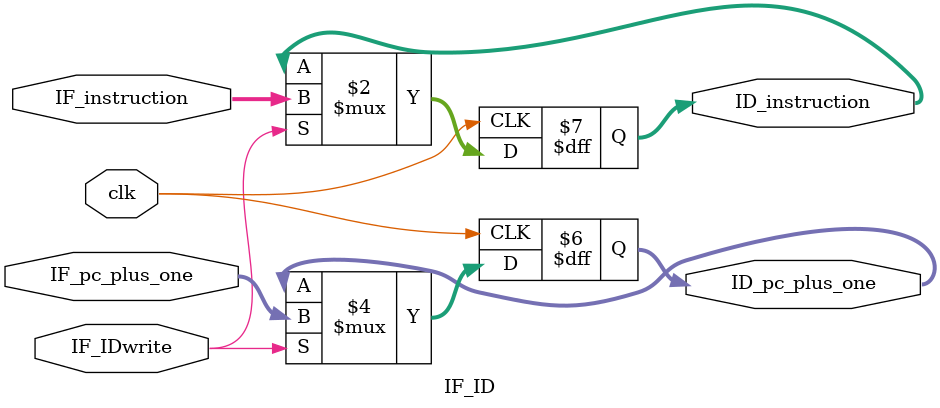
<source format=v>
module IF_ID (  input clk,
                input [18:0] IF_instruction,
                input IF_IDwrite,
                input [7:0] IF_pc_plus_one,
                output reg [7:0] ID_pc_plus_one,
                output reg [18:0] ID_instruction);

    always @(posedge clk) begin
        if (IF_IDwrite) begin
            ID_instruction <= IF_instruction;
            ID_pc_plus_one <= IF_pc_plus_one;
        end
    end

endmodule
</source>
